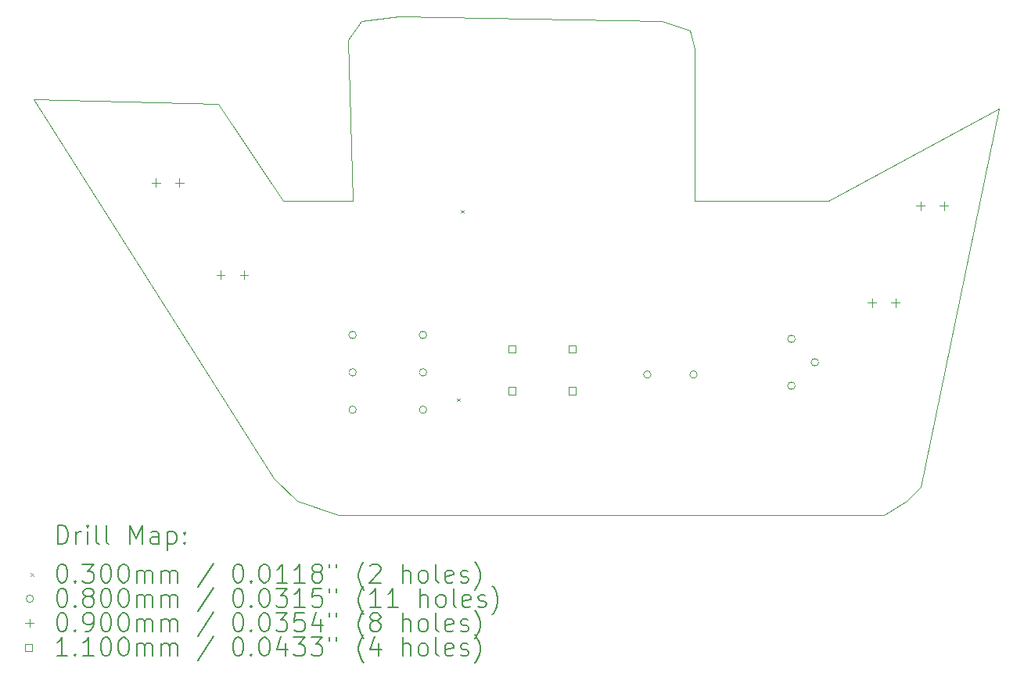
<source format=gbr>
%TF.GenerationSoftware,KiCad,Pcbnew,9.0.2*%
%TF.CreationDate,2025-06-29T23:08:07-05:00*%
%TF.ProjectId,project-solder,70726f6a-6563-4742-9d73-6f6c6465722e,rev?*%
%TF.SameCoordinates,Original*%
%TF.FileFunction,Drillmap*%
%TF.FilePolarity,Positive*%
%FSLAX45Y45*%
G04 Gerber Fmt 4.5, Leading zero omitted, Abs format (unit mm)*
G04 Created by KiCad (PCBNEW 9.0.2) date 2025-06-29 23:08:07*
%MOMM*%
%LPD*%
G01*
G04 APERTURE LIST*
%ADD10C,0.050000*%
%ADD11C,0.200000*%
%ADD12C,0.100000*%
%ADD13C,0.110000*%
G04 APERTURE END LIST*
D10*
X20350000Y-6250000D02*
X20650000Y-6350000D01*
X20700000Y-6550000D01*
X20700000Y-8200000D01*
X22150000Y-8200000D01*
X24000000Y-7200000D01*
X23150000Y-11300000D01*
X23000000Y-11450000D01*
X22750000Y-11600000D01*
X16850000Y-11600000D01*
X16400000Y-11450000D01*
X16150000Y-11200000D01*
X13550000Y-7100000D01*
X15550000Y-7150000D01*
X16250000Y-8200000D01*
X17000000Y-8200000D01*
X16950000Y-6450000D01*
X17100000Y-6250000D01*
X17500000Y-6200000D01*
X20350000Y-6250000D01*
D11*
D12*
X18130927Y-10339074D02*
X18160927Y-10369074D01*
X18160927Y-10339074D02*
X18130927Y-10369074D01*
X18171299Y-8296744D02*
X18201299Y-8326744D01*
X18201299Y-8296744D02*
X18171299Y-8326744D01*
X17040000Y-9650000D02*
G75*
G02*
X16960000Y-9650000I-40000J0D01*
G01*
X16960000Y-9650000D02*
G75*
G02*
X17040000Y-9650000I40000J0D01*
G01*
X17040000Y-10055000D02*
G75*
G02*
X16960000Y-10055000I-40000J0D01*
G01*
X16960000Y-10055000D02*
G75*
G02*
X17040000Y-10055000I40000J0D01*
G01*
X17040000Y-10460000D02*
G75*
G02*
X16960000Y-10460000I-40000J0D01*
G01*
X16960000Y-10460000D02*
G75*
G02*
X17040000Y-10460000I40000J0D01*
G01*
X17802000Y-9650000D02*
G75*
G02*
X17722000Y-9650000I-40000J0D01*
G01*
X17722000Y-9650000D02*
G75*
G02*
X17802000Y-9650000I40000J0D01*
G01*
X17802000Y-10055000D02*
G75*
G02*
X17722000Y-10055000I-40000J0D01*
G01*
X17722000Y-10055000D02*
G75*
G02*
X17802000Y-10055000I40000J0D01*
G01*
X17802000Y-10460000D02*
G75*
G02*
X17722000Y-10460000I-40000J0D01*
G01*
X17722000Y-10460000D02*
G75*
G02*
X17802000Y-10460000I40000J0D01*
G01*
X20229470Y-10079193D02*
G75*
G02*
X20149470Y-10079193I-40000J0D01*
G01*
X20149470Y-10079193D02*
G75*
G02*
X20229470Y-10079193I40000J0D01*
G01*
X20729470Y-10079193D02*
G75*
G02*
X20649470Y-10079193I-40000J0D01*
G01*
X20649470Y-10079193D02*
G75*
G02*
X20729470Y-10079193I40000J0D01*
G01*
X21790000Y-9692000D02*
G75*
G02*
X21710000Y-9692000I-40000J0D01*
G01*
X21710000Y-9692000D02*
G75*
G02*
X21790000Y-9692000I40000J0D01*
G01*
X21790000Y-10200000D02*
G75*
G02*
X21710000Y-10200000I-40000J0D01*
G01*
X21710000Y-10200000D02*
G75*
G02*
X21790000Y-10200000I40000J0D01*
G01*
X22044000Y-9946000D02*
G75*
G02*
X21964000Y-9946000I-40000J0D01*
G01*
X21964000Y-9946000D02*
G75*
G02*
X22044000Y-9946000I40000J0D01*
G01*
X14872500Y-7955000D02*
X14872500Y-8045000D01*
X14827500Y-8000000D02*
X14917500Y-8000000D01*
X15126500Y-7955000D02*
X15126500Y-8045000D01*
X15081500Y-8000000D02*
X15171500Y-8000000D01*
X15572500Y-8955000D02*
X15572500Y-9045000D01*
X15527500Y-9000000D02*
X15617500Y-9000000D01*
X15826500Y-8955000D02*
X15826500Y-9045000D01*
X15781500Y-9000000D02*
X15871500Y-9000000D01*
X22622500Y-9255000D02*
X22622500Y-9345000D01*
X22577500Y-9300000D02*
X22667500Y-9300000D01*
X22876500Y-9255000D02*
X22876500Y-9345000D01*
X22831500Y-9300000D02*
X22921500Y-9300000D01*
X23146000Y-8205000D02*
X23146000Y-8295000D01*
X23101000Y-8250000D02*
X23191000Y-8250000D01*
X23400000Y-8205000D02*
X23400000Y-8295000D01*
X23355000Y-8250000D02*
X23445000Y-8250000D01*
D13*
X18763891Y-9843084D02*
X18763891Y-9765301D01*
X18686109Y-9765301D01*
X18686109Y-9843084D01*
X18763891Y-9843084D01*
X18763891Y-10293084D02*
X18763891Y-10215301D01*
X18686109Y-10215301D01*
X18686109Y-10293084D01*
X18763891Y-10293084D01*
X19413891Y-9843084D02*
X19413891Y-9765301D01*
X19336109Y-9765301D01*
X19336109Y-9843084D01*
X19413891Y-9843084D01*
X19413891Y-10293084D02*
X19413891Y-10215301D01*
X19336109Y-10215301D01*
X19336109Y-10293084D01*
X19413891Y-10293084D01*
D11*
X13808277Y-11913984D02*
X13808277Y-11713984D01*
X13808277Y-11713984D02*
X13855896Y-11713984D01*
X13855896Y-11713984D02*
X13884467Y-11723508D01*
X13884467Y-11723508D02*
X13903515Y-11742555D01*
X13903515Y-11742555D02*
X13913039Y-11761603D01*
X13913039Y-11761603D02*
X13922562Y-11799698D01*
X13922562Y-11799698D02*
X13922562Y-11828269D01*
X13922562Y-11828269D02*
X13913039Y-11866365D01*
X13913039Y-11866365D02*
X13903515Y-11885412D01*
X13903515Y-11885412D02*
X13884467Y-11904460D01*
X13884467Y-11904460D02*
X13855896Y-11913984D01*
X13855896Y-11913984D02*
X13808277Y-11913984D01*
X14008277Y-11913984D02*
X14008277Y-11780650D01*
X14008277Y-11818746D02*
X14017801Y-11799698D01*
X14017801Y-11799698D02*
X14027324Y-11790174D01*
X14027324Y-11790174D02*
X14046372Y-11780650D01*
X14046372Y-11780650D02*
X14065420Y-11780650D01*
X14132086Y-11913984D02*
X14132086Y-11780650D01*
X14132086Y-11713984D02*
X14122562Y-11723508D01*
X14122562Y-11723508D02*
X14132086Y-11733031D01*
X14132086Y-11733031D02*
X14141610Y-11723508D01*
X14141610Y-11723508D02*
X14132086Y-11713984D01*
X14132086Y-11713984D02*
X14132086Y-11733031D01*
X14255896Y-11913984D02*
X14236848Y-11904460D01*
X14236848Y-11904460D02*
X14227324Y-11885412D01*
X14227324Y-11885412D02*
X14227324Y-11713984D01*
X14360658Y-11913984D02*
X14341610Y-11904460D01*
X14341610Y-11904460D02*
X14332086Y-11885412D01*
X14332086Y-11885412D02*
X14332086Y-11713984D01*
X14589229Y-11913984D02*
X14589229Y-11713984D01*
X14589229Y-11713984D02*
X14655896Y-11856841D01*
X14655896Y-11856841D02*
X14722562Y-11713984D01*
X14722562Y-11713984D02*
X14722562Y-11913984D01*
X14903515Y-11913984D02*
X14903515Y-11809222D01*
X14903515Y-11809222D02*
X14893991Y-11790174D01*
X14893991Y-11790174D02*
X14874943Y-11780650D01*
X14874943Y-11780650D02*
X14836848Y-11780650D01*
X14836848Y-11780650D02*
X14817801Y-11790174D01*
X14903515Y-11904460D02*
X14884467Y-11913984D01*
X14884467Y-11913984D02*
X14836848Y-11913984D01*
X14836848Y-11913984D02*
X14817801Y-11904460D01*
X14817801Y-11904460D02*
X14808277Y-11885412D01*
X14808277Y-11885412D02*
X14808277Y-11866365D01*
X14808277Y-11866365D02*
X14817801Y-11847317D01*
X14817801Y-11847317D02*
X14836848Y-11837793D01*
X14836848Y-11837793D02*
X14884467Y-11837793D01*
X14884467Y-11837793D02*
X14903515Y-11828269D01*
X14998753Y-11780650D02*
X14998753Y-11980650D01*
X14998753Y-11790174D02*
X15017801Y-11780650D01*
X15017801Y-11780650D02*
X15055896Y-11780650D01*
X15055896Y-11780650D02*
X15074943Y-11790174D01*
X15074943Y-11790174D02*
X15084467Y-11799698D01*
X15084467Y-11799698D02*
X15093991Y-11818746D01*
X15093991Y-11818746D02*
X15093991Y-11875888D01*
X15093991Y-11875888D02*
X15084467Y-11894936D01*
X15084467Y-11894936D02*
X15074943Y-11904460D01*
X15074943Y-11904460D02*
X15055896Y-11913984D01*
X15055896Y-11913984D02*
X15017801Y-11913984D01*
X15017801Y-11913984D02*
X14998753Y-11904460D01*
X15179705Y-11894936D02*
X15189229Y-11904460D01*
X15189229Y-11904460D02*
X15179705Y-11913984D01*
X15179705Y-11913984D02*
X15170182Y-11904460D01*
X15170182Y-11904460D02*
X15179705Y-11894936D01*
X15179705Y-11894936D02*
X15179705Y-11913984D01*
X15179705Y-11790174D02*
X15189229Y-11799698D01*
X15189229Y-11799698D02*
X15179705Y-11809222D01*
X15179705Y-11809222D02*
X15170182Y-11799698D01*
X15170182Y-11799698D02*
X15179705Y-11790174D01*
X15179705Y-11790174D02*
X15179705Y-11809222D01*
D12*
X13517500Y-12227500D02*
X13547500Y-12257500D01*
X13547500Y-12227500D02*
X13517500Y-12257500D01*
D11*
X13846372Y-12133984D02*
X13865420Y-12133984D01*
X13865420Y-12133984D02*
X13884467Y-12143508D01*
X13884467Y-12143508D02*
X13893991Y-12153031D01*
X13893991Y-12153031D02*
X13903515Y-12172079D01*
X13903515Y-12172079D02*
X13913039Y-12210174D01*
X13913039Y-12210174D02*
X13913039Y-12257793D01*
X13913039Y-12257793D02*
X13903515Y-12295888D01*
X13903515Y-12295888D02*
X13893991Y-12314936D01*
X13893991Y-12314936D02*
X13884467Y-12324460D01*
X13884467Y-12324460D02*
X13865420Y-12333984D01*
X13865420Y-12333984D02*
X13846372Y-12333984D01*
X13846372Y-12333984D02*
X13827324Y-12324460D01*
X13827324Y-12324460D02*
X13817801Y-12314936D01*
X13817801Y-12314936D02*
X13808277Y-12295888D01*
X13808277Y-12295888D02*
X13798753Y-12257793D01*
X13798753Y-12257793D02*
X13798753Y-12210174D01*
X13798753Y-12210174D02*
X13808277Y-12172079D01*
X13808277Y-12172079D02*
X13817801Y-12153031D01*
X13817801Y-12153031D02*
X13827324Y-12143508D01*
X13827324Y-12143508D02*
X13846372Y-12133984D01*
X13998753Y-12314936D02*
X14008277Y-12324460D01*
X14008277Y-12324460D02*
X13998753Y-12333984D01*
X13998753Y-12333984D02*
X13989229Y-12324460D01*
X13989229Y-12324460D02*
X13998753Y-12314936D01*
X13998753Y-12314936D02*
X13998753Y-12333984D01*
X14074943Y-12133984D02*
X14198753Y-12133984D01*
X14198753Y-12133984D02*
X14132086Y-12210174D01*
X14132086Y-12210174D02*
X14160658Y-12210174D01*
X14160658Y-12210174D02*
X14179705Y-12219698D01*
X14179705Y-12219698D02*
X14189229Y-12229222D01*
X14189229Y-12229222D02*
X14198753Y-12248269D01*
X14198753Y-12248269D02*
X14198753Y-12295888D01*
X14198753Y-12295888D02*
X14189229Y-12314936D01*
X14189229Y-12314936D02*
X14179705Y-12324460D01*
X14179705Y-12324460D02*
X14160658Y-12333984D01*
X14160658Y-12333984D02*
X14103515Y-12333984D01*
X14103515Y-12333984D02*
X14084467Y-12324460D01*
X14084467Y-12324460D02*
X14074943Y-12314936D01*
X14322562Y-12133984D02*
X14341610Y-12133984D01*
X14341610Y-12133984D02*
X14360658Y-12143508D01*
X14360658Y-12143508D02*
X14370182Y-12153031D01*
X14370182Y-12153031D02*
X14379705Y-12172079D01*
X14379705Y-12172079D02*
X14389229Y-12210174D01*
X14389229Y-12210174D02*
X14389229Y-12257793D01*
X14389229Y-12257793D02*
X14379705Y-12295888D01*
X14379705Y-12295888D02*
X14370182Y-12314936D01*
X14370182Y-12314936D02*
X14360658Y-12324460D01*
X14360658Y-12324460D02*
X14341610Y-12333984D01*
X14341610Y-12333984D02*
X14322562Y-12333984D01*
X14322562Y-12333984D02*
X14303515Y-12324460D01*
X14303515Y-12324460D02*
X14293991Y-12314936D01*
X14293991Y-12314936D02*
X14284467Y-12295888D01*
X14284467Y-12295888D02*
X14274943Y-12257793D01*
X14274943Y-12257793D02*
X14274943Y-12210174D01*
X14274943Y-12210174D02*
X14284467Y-12172079D01*
X14284467Y-12172079D02*
X14293991Y-12153031D01*
X14293991Y-12153031D02*
X14303515Y-12143508D01*
X14303515Y-12143508D02*
X14322562Y-12133984D01*
X14513039Y-12133984D02*
X14532086Y-12133984D01*
X14532086Y-12133984D02*
X14551134Y-12143508D01*
X14551134Y-12143508D02*
X14560658Y-12153031D01*
X14560658Y-12153031D02*
X14570182Y-12172079D01*
X14570182Y-12172079D02*
X14579705Y-12210174D01*
X14579705Y-12210174D02*
X14579705Y-12257793D01*
X14579705Y-12257793D02*
X14570182Y-12295888D01*
X14570182Y-12295888D02*
X14560658Y-12314936D01*
X14560658Y-12314936D02*
X14551134Y-12324460D01*
X14551134Y-12324460D02*
X14532086Y-12333984D01*
X14532086Y-12333984D02*
X14513039Y-12333984D01*
X14513039Y-12333984D02*
X14493991Y-12324460D01*
X14493991Y-12324460D02*
X14484467Y-12314936D01*
X14484467Y-12314936D02*
X14474943Y-12295888D01*
X14474943Y-12295888D02*
X14465420Y-12257793D01*
X14465420Y-12257793D02*
X14465420Y-12210174D01*
X14465420Y-12210174D02*
X14474943Y-12172079D01*
X14474943Y-12172079D02*
X14484467Y-12153031D01*
X14484467Y-12153031D02*
X14493991Y-12143508D01*
X14493991Y-12143508D02*
X14513039Y-12133984D01*
X14665420Y-12333984D02*
X14665420Y-12200650D01*
X14665420Y-12219698D02*
X14674943Y-12210174D01*
X14674943Y-12210174D02*
X14693991Y-12200650D01*
X14693991Y-12200650D02*
X14722563Y-12200650D01*
X14722563Y-12200650D02*
X14741610Y-12210174D01*
X14741610Y-12210174D02*
X14751134Y-12229222D01*
X14751134Y-12229222D02*
X14751134Y-12333984D01*
X14751134Y-12229222D02*
X14760658Y-12210174D01*
X14760658Y-12210174D02*
X14779705Y-12200650D01*
X14779705Y-12200650D02*
X14808277Y-12200650D01*
X14808277Y-12200650D02*
X14827324Y-12210174D01*
X14827324Y-12210174D02*
X14836848Y-12229222D01*
X14836848Y-12229222D02*
X14836848Y-12333984D01*
X14932086Y-12333984D02*
X14932086Y-12200650D01*
X14932086Y-12219698D02*
X14941610Y-12210174D01*
X14941610Y-12210174D02*
X14960658Y-12200650D01*
X14960658Y-12200650D02*
X14989229Y-12200650D01*
X14989229Y-12200650D02*
X15008277Y-12210174D01*
X15008277Y-12210174D02*
X15017801Y-12229222D01*
X15017801Y-12229222D02*
X15017801Y-12333984D01*
X15017801Y-12229222D02*
X15027324Y-12210174D01*
X15027324Y-12210174D02*
X15046372Y-12200650D01*
X15046372Y-12200650D02*
X15074943Y-12200650D01*
X15074943Y-12200650D02*
X15093991Y-12210174D01*
X15093991Y-12210174D02*
X15103515Y-12229222D01*
X15103515Y-12229222D02*
X15103515Y-12333984D01*
X15493991Y-12124460D02*
X15322563Y-12381603D01*
X15751134Y-12133984D02*
X15770182Y-12133984D01*
X15770182Y-12133984D02*
X15789229Y-12143508D01*
X15789229Y-12143508D02*
X15798753Y-12153031D01*
X15798753Y-12153031D02*
X15808277Y-12172079D01*
X15808277Y-12172079D02*
X15817801Y-12210174D01*
X15817801Y-12210174D02*
X15817801Y-12257793D01*
X15817801Y-12257793D02*
X15808277Y-12295888D01*
X15808277Y-12295888D02*
X15798753Y-12314936D01*
X15798753Y-12314936D02*
X15789229Y-12324460D01*
X15789229Y-12324460D02*
X15770182Y-12333984D01*
X15770182Y-12333984D02*
X15751134Y-12333984D01*
X15751134Y-12333984D02*
X15732086Y-12324460D01*
X15732086Y-12324460D02*
X15722563Y-12314936D01*
X15722563Y-12314936D02*
X15713039Y-12295888D01*
X15713039Y-12295888D02*
X15703515Y-12257793D01*
X15703515Y-12257793D02*
X15703515Y-12210174D01*
X15703515Y-12210174D02*
X15713039Y-12172079D01*
X15713039Y-12172079D02*
X15722563Y-12153031D01*
X15722563Y-12153031D02*
X15732086Y-12143508D01*
X15732086Y-12143508D02*
X15751134Y-12133984D01*
X15903515Y-12314936D02*
X15913039Y-12324460D01*
X15913039Y-12324460D02*
X15903515Y-12333984D01*
X15903515Y-12333984D02*
X15893991Y-12324460D01*
X15893991Y-12324460D02*
X15903515Y-12314936D01*
X15903515Y-12314936D02*
X15903515Y-12333984D01*
X16036848Y-12133984D02*
X16055896Y-12133984D01*
X16055896Y-12133984D02*
X16074944Y-12143508D01*
X16074944Y-12143508D02*
X16084467Y-12153031D01*
X16084467Y-12153031D02*
X16093991Y-12172079D01*
X16093991Y-12172079D02*
X16103515Y-12210174D01*
X16103515Y-12210174D02*
X16103515Y-12257793D01*
X16103515Y-12257793D02*
X16093991Y-12295888D01*
X16093991Y-12295888D02*
X16084467Y-12314936D01*
X16084467Y-12314936D02*
X16074944Y-12324460D01*
X16074944Y-12324460D02*
X16055896Y-12333984D01*
X16055896Y-12333984D02*
X16036848Y-12333984D01*
X16036848Y-12333984D02*
X16017801Y-12324460D01*
X16017801Y-12324460D02*
X16008277Y-12314936D01*
X16008277Y-12314936D02*
X15998753Y-12295888D01*
X15998753Y-12295888D02*
X15989229Y-12257793D01*
X15989229Y-12257793D02*
X15989229Y-12210174D01*
X15989229Y-12210174D02*
X15998753Y-12172079D01*
X15998753Y-12172079D02*
X16008277Y-12153031D01*
X16008277Y-12153031D02*
X16017801Y-12143508D01*
X16017801Y-12143508D02*
X16036848Y-12133984D01*
X16293991Y-12333984D02*
X16179706Y-12333984D01*
X16236848Y-12333984D02*
X16236848Y-12133984D01*
X16236848Y-12133984D02*
X16217801Y-12162555D01*
X16217801Y-12162555D02*
X16198753Y-12181603D01*
X16198753Y-12181603D02*
X16179706Y-12191127D01*
X16484467Y-12333984D02*
X16370182Y-12333984D01*
X16427325Y-12333984D02*
X16427325Y-12133984D01*
X16427325Y-12133984D02*
X16408277Y-12162555D01*
X16408277Y-12162555D02*
X16389229Y-12181603D01*
X16389229Y-12181603D02*
X16370182Y-12191127D01*
X16598753Y-12219698D02*
X16579706Y-12210174D01*
X16579706Y-12210174D02*
X16570182Y-12200650D01*
X16570182Y-12200650D02*
X16560658Y-12181603D01*
X16560658Y-12181603D02*
X16560658Y-12172079D01*
X16560658Y-12172079D02*
X16570182Y-12153031D01*
X16570182Y-12153031D02*
X16579706Y-12143508D01*
X16579706Y-12143508D02*
X16598753Y-12133984D01*
X16598753Y-12133984D02*
X16636848Y-12133984D01*
X16636848Y-12133984D02*
X16655896Y-12143508D01*
X16655896Y-12143508D02*
X16665420Y-12153031D01*
X16665420Y-12153031D02*
X16674944Y-12172079D01*
X16674944Y-12172079D02*
X16674944Y-12181603D01*
X16674944Y-12181603D02*
X16665420Y-12200650D01*
X16665420Y-12200650D02*
X16655896Y-12210174D01*
X16655896Y-12210174D02*
X16636848Y-12219698D01*
X16636848Y-12219698D02*
X16598753Y-12219698D01*
X16598753Y-12219698D02*
X16579706Y-12229222D01*
X16579706Y-12229222D02*
X16570182Y-12238746D01*
X16570182Y-12238746D02*
X16560658Y-12257793D01*
X16560658Y-12257793D02*
X16560658Y-12295888D01*
X16560658Y-12295888D02*
X16570182Y-12314936D01*
X16570182Y-12314936D02*
X16579706Y-12324460D01*
X16579706Y-12324460D02*
X16598753Y-12333984D01*
X16598753Y-12333984D02*
X16636848Y-12333984D01*
X16636848Y-12333984D02*
X16655896Y-12324460D01*
X16655896Y-12324460D02*
X16665420Y-12314936D01*
X16665420Y-12314936D02*
X16674944Y-12295888D01*
X16674944Y-12295888D02*
X16674944Y-12257793D01*
X16674944Y-12257793D02*
X16665420Y-12238746D01*
X16665420Y-12238746D02*
X16655896Y-12229222D01*
X16655896Y-12229222D02*
X16636848Y-12219698D01*
X16751134Y-12133984D02*
X16751134Y-12172079D01*
X16827325Y-12133984D02*
X16827325Y-12172079D01*
X17122563Y-12410174D02*
X17113039Y-12400650D01*
X17113039Y-12400650D02*
X17093991Y-12372079D01*
X17093991Y-12372079D02*
X17084468Y-12353031D01*
X17084468Y-12353031D02*
X17074944Y-12324460D01*
X17074944Y-12324460D02*
X17065420Y-12276841D01*
X17065420Y-12276841D02*
X17065420Y-12238746D01*
X17065420Y-12238746D02*
X17074944Y-12191127D01*
X17074944Y-12191127D02*
X17084468Y-12162555D01*
X17084468Y-12162555D02*
X17093991Y-12143508D01*
X17093991Y-12143508D02*
X17113039Y-12114936D01*
X17113039Y-12114936D02*
X17122563Y-12105412D01*
X17189230Y-12153031D02*
X17198753Y-12143508D01*
X17198753Y-12143508D02*
X17217801Y-12133984D01*
X17217801Y-12133984D02*
X17265420Y-12133984D01*
X17265420Y-12133984D02*
X17284468Y-12143508D01*
X17284468Y-12143508D02*
X17293991Y-12153031D01*
X17293991Y-12153031D02*
X17303515Y-12172079D01*
X17303515Y-12172079D02*
X17303515Y-12191127D01*
X17303515Y-12191127D02*
X17293991Y-12219698D01*
X17293991Y-12219698D02*
X17179706Y-12333984D01*
X17179706Y-12333984D02*
X17303515Y-12333984D01*
X17541611Y-12333984D02*
X17541611Y-12133984D01*
X17627325Y-12333984D02*
X17627325Y-12229222D01*
X17627325Y-12229222D02*
X17617801Y-12210174D01*
X17617801Y-12210174D02*
X17598753Y-12200650D01*
X17598753Y-12200650D02*
X17570182Y-12200650D01*
X17570182Y-12200650D02*
X17551134Y-12210174D01*
X17551134Y-12210174D02*
X17541611Y-12219698D01*
X17751134Y-12333984D02*
X17732087Y-12324460D01*
X17732087Y-12324460D02*
X17722563Y-12314936D01*
X17722563Y-12314936D02*
X17713039Y-12295888D01*
X17713039Y-12295888D02*
X17713039Y-12238746D01*
X17713039Y-12238746D02*
X17722563Y-12219698D01*
X17722563Y-12219698D02*
X17732087Y-12210174D01*
X17732087Y-12210174D02*
X17751134Y-12200650D01*
X17751134Y-12200650D02*
X17779706Y-12200650D01*
X17779706Y-12200650D02*
X17798753Y-12210174D01*
X17798753Y-12210174D02*
X17808277Y-12219698D01*
X17808277Y-12219698D02*
X17817801Y-12238746D01*
X17817801Y-12238746D02*
X17817801Y-12295888D01*
X17817801Y-12295888D02*
X17808277Y-12314936D01*
X17808277Y-12314936D02*
X17798753Y-12324460D01*
X17798753Y-12324460D02*
X17779706Y-12333984D01*
X17779706Y-12333984D02*
X17751134Y-12333984D01*
X17932087Y-12333984D02*
X17913039Y-12324460D01*
X17913039Y-12324460D02*
X17903515Y-12305412D01*
X17903515Y-12305412D02*
X17903515Y-12133984D01*
X18084468Y-12324460D02*
X18065420Y-12333984D01*
X18065420Y-12333984D02*
X18027325Y-12333984D01*
X18027325Y-12333984D02*
X18008277Y-12324460D01*
X18008277Y-12324460D02*
X17998753Y-12305412D01*
X17998753Y-12305412D02*
X17998753Y-12229222D01*
X17998753Y-12229222D02*
X18008277Y-12210174D01*
X18008277Y-12210174D02*
X18027325Y-12200650D01*
X18027325Y-12200650D02*
X18065420Y-12200650D01*
X18065420Y-12200650D02*
X18084468Y-12210174D01*
X18084468Y-12210174D02*
X18093992Y-12229222D01*
X18093992Y-12229222D02*
X18093992Y-12248269D01*
X18093992Y-12248269D02*
X17998753Y-12267317D01*
X18170182Y-12324460D02*
X18189230Y-12333984D01*
X18189230Y-12333984D02*
X18227325Y-12333984D01*
X18227325Y-12333984D02*
X18246373Y-12324460D01*
X18246373Y-12324460D02*
X18255896Y-12305412D01*
X18255896Y-12305412D02*
X18255896Y-12295888D01*
X18255896Y-12295888D02*
X18246373Y-12276841D01*
X18246373Y-12276841D02*
X18227325Y-12267317D01*
X18227325Y-12267317D02*
X18198753Y-12267317D01*
X18198753Y-12267317D02*
X18179706Y-12257793D01*
X18179706Y-12257793D02*
X18170182Y-12238746D01*
X18170182Y-12238746D02*
X18170182Y-12229222D01*
X18170182Y-12229222D02*
X18179706Y-12210174D01*
X18179706Y-12210174D02*
X18198753Y-12200650D01*
X18198753Y-12200650D02*
X18227325Y-12200650D01*
X18227325Y-12200650D02*
X18246373Y-12210174D01*
X18322563Y-12410174D02*
X18332087Y-12400650D01*
X18332087Y-12400650D02*
X18351134Y-12372079D01*
X18351134Y-12372079D02*
X18360658Y-12353031D01*
X18360658Y-12353031D02*
X18370182Y-12324460D01*
X18370182Y-12324460D02*
X18379706Y-12276841D01*
X18379706Y-12276841D02*
X18379706Y-12238746D01*
X18379706Y-12238746D02*
X18370182Y-12191127D01*
X18370182Y-12191127D02*
X18360658Y-12162555D01*
X18360658Y-12162555D02*
X18351134Y-12143508D01*
X18351134Y-12143508D02*
X18332087Y-12114936D01*
X18332087Y-12114936D02*
X18322563Y-12105412D01*
D12*
X13547500Y-12506500D02*
G75*
G02*
X13467500Y-12506500I-40000J0D01*
G01*
X13467500Y-12506500D02*
G75*
G02*
X13547500Y-12506500I40000J0D01*
G01*
D11*
X13846372Y-12397984D02*
X13865420Y-12397984D01*
X13865420Y-12397984D02*
X13884467Y-12407508D01*
X13884467Y-12407508D02*
X13893991Y-12417031D01*
X13893991Y-12417031D02*
X13903515Y-12436079D01*
X13903515Y-12436079D02*
X13913039Y-12474174D01*
X13913039Y-12474174D02*
X13913039Y-12521793D01*
X13913039Y-12521793D02*
X13903515Y-12559888D01*
X13903515Y-12559888D02*
X13893991Y-12578936D01*
X13893991Y-12578936D02*
X13884467Y-12588460D01*
X13884467Y-12588460D02*
X13865420Y-12597984D01*
X13865420Y-12597984D02*
X13846372Y-12597984D01*
X13846372Y-12597984D02*
X13827324Y-12588460D01*
X13827324Y-12588460D02*
X13817801Y-12578936D01*
X13817801Y-12578936D02*
X13808277Y-12559888D01*
X13808277Y-12559888D02*
X13798753Y-12521793D01*
X13798753Y-12521793D02*
X13798753Y-12474174D01*
X13798753Y-12474174D02*
X13808277Y-12436079D01*
X13808277Y-12436079D02*
X13817801Y-12417031D01*
X13817801Y-12417031D02*
X13827324Y-12407508D01*
X13827324Y-12407508D02*
X13846372Y-12397984D01*
X13998753Y-12578936D02*
X14008277Y-12588460D01*
X14008277Y-12588460D02*
X13998753Y-12597984D01*
X13998753Y-12597984D02*
X13989229Y-12588460D01*
X13989229Y-12588460D02*
X13998753Y-12578936D01*
X13998753Y-12578936D02*
X13998753Y-12597984D01*
X14122562Y-12483698D02*
X14103515Y-12474174D01*
X14103515Y-12474174D02*
X14093991Y-12464650D01*
X14093991Y-12464650D02*
X14084467Y-12445603D01*
X14084467Y-12445603D02*
X14084467Y-12436079D01*
X14084467Y-12436079D02*
X14093991Y-12417031D01*
X14093991Y-12417031D02*
X14103515Y-12407508D01*
X14103515Y-12407508D02*
X14122562Y-12397984D01*
X14122562Y-12397984D02*
X14160658Y-12397984D01*
X14160658Y-12397984D02*
X14179705Y-12407508D01*
X14179705Y-12407508D02*
X14189229Y-12417031D01*
X14189229Y-12417031D02*
X14198753Y-12436079D01*
X14198753Y-12436079D02*
X14198753Y-12445603D01*
X14198753Y-12445603D02*
X14189229Y-12464650D01*
X14189229Y-12464650D02*
X14179705Y-12474174D01*
X14179705Y-12474174D02*
X14160658Y-12483698D01*
X14160658Y-12483698D02*
X14122562Y-12483698D01*
X14122562Y-12483698D02*
X14103515Y-12493222D01*
X14103515Y-12493222D02*
X14093991Y-12502746D01*
X14093991Y-12502746D02*
X14084467Y-12521793D01*
X14084467Y-12521793D02*
X14084467Y-12559888D01*
X14084467Y-12559888D02*
X14093991Y-12578936D01*
X14093991Y-12578936D02*
X14103515Y-12588460D01*
X14103515Y-12588460D02*
X14122562Y-12597984D01*
X14122562Y-12597984D02*
X14160658Y-12597984D01*
X14160658Y-12597984D02*
X14179705Y-12588460D01*
X14179705Y-12588460D02*
X14189229Y-12578936D01*
X14189229Y-12578936D02*
X14198753Y-12559888D01*
X14198753Y-12559888D02*
X14198753Y-12521793D01*
X14198753Y-12521793D02*
X14189229Y-12502746D01*
X14189229Y-12502746D02*
X14179705Y-12493222D01*
X14179705Y-12493222D02*
X14160658Y-12483698D01*
X14322562Y-12397984D02*
X14341610Y-12397984D01*
X14341610Y-12397984D02*
X14360658Y-12407508D01*
X14360658Y-12407508D02*
X14370182Y-12417031D01*
X14370182Y-12417031D02*
X14379705Y-12436079D01*
X14379705Y-12436079D02*
X14389229Y-12474174D01*
X14389229Y-12474174D02*
X14389229Y-12521793D01*
X14389229Y-12521793D02*
X14379705Y-12559888D01*
X14379705Y-12559888D02*
X14370182Y-12578936D01*
X14370182Y-12578936D02*
X14360658Y-12588460D01*
X14360658Y-12588460D02*
X14341610Y-12597984D01*
X14341610Y-12597984D02*
X14322562Y-12597984D01*
X14322562Y-12597984D02*
X14303515Y-12588460D01*
X14303515Y-12588460D02*
X14293991Y-12578936D01*
X14293991Y-12578936D02*
X14284467Y-12559888D01*
X14284467Y-12559888D02*
X14274943Y-12521793D01*
X14274943Y-12521793D02*
X14274943Y-12474174D01*
X14274943Y-12474174D02*
X14284467Y-12436079D01*
X14284467Y-12436079D02*
X14293991Y-12417031D01*
X14293991Y-12417031D02*
X14303515Y-12407508D01*
X14303515Y-12407508D02*
X14322562Y-12397984D01*
X14513039Y-12397984D02*
X14532086Y-12397984D01*
X14532086Y-12397984D02*
X14551134Y-12407508D01*
X14551134Y-12407508D02*
X14560658Y-12417031D01*
X14560658Y-12417031D02*
X14570182Y-12436079D01*
X14570182Y-12436079D02*
X14579705Y-12474174D01*
X14579705Y-12474174D02*
X14579705Y-12521793D01*
X14579705Y-12521793D02*
X14570182Y-12559888D01*
X14570182Y-12559888D02*
X14560658Y-12578936D01*
X14560658Y-12578936D02*
X14551134Y-12588460D01*
X14551134Y-12588460D02*
X14532086Y-12597984D01*
X14532086Y-12597984D02*
X14513039Y-12597984D01*
X14513039Y-12597984D02*
X14493991Y-12588460D01*
X14493991Y-12588460D02*
X14484467Y-12578936D01*
X14484467Y-12578936D02*
X14474943Y-12559888D01*
X14474943Y-12559888D02*
X14465420Y-12521793D01*
X14465420Y-12521793D02*
X14465420Y-12474174D01*
X14465420Y-12474174D02*
X14474943Y-12436079D01*
X14474943Y-12436079D02*
X14484467Y-12417031D01*
X14484467Y-12417031D02*
X14493991Y-12407508D01*
X14493991Y-12407508D02*
X14513039Y-12397984D01*
X14665420Y-12597984D02*
X14665420Y-12464650D01*
X14665420Y-12483698D02*
X14674943Y-12474174D01*
X14674943Y-12474174D02*
X14693991Y-12464650D01*
X14693991Y-12464650D02*
X14722563Y-12464650D01*
X14722563Y-12464650D02*
X14741610Y-12474174D01*
X14741610Y-12474174D02*
X14751134Y-12493222D01*
X14751134Y-12493222D02*
X14751134Y-12597984D01*
X14751134Y-12493222D02*
X14760658Y-12474174D01*
X14760658Y-12474174D02*
X14779705Y-12464650D01*
X14779705Y-12464650D02*
X14808277Y-12464650D01*
X14808277Y-12464650D02*
X14827324Y-12474174D01*
X14827324Y-12474174D02*
X14836848Y-12493222D01*
X14836848Y-12493222D02*
X14836848Y-12597984D01*
X14932086Y-12597984D02*
X14932086Y-12464650D01*
X14932086Y-12483698D02*
X14941610Y-12474174D01*
X14941610Y-12474174D02*
X14960658Y-12464650D01*
X14960658Y-12464650D02*
X14989229Y-12464650D01*
X14989229Y-12464650D02*
X15008277Y-12474174D01*
X15008277Y-12474174D02*
X15017801Y-12493222D01*
X15017801Y-12493222D02*
X15017801Y-12597984D01*
X15017801Y-12493222D02*
X15027324Y-12474174D01*
X15027324Y-12474174D02*
X15046372Y-12464650D01*
X15046372Y-12464650D02*
X15074943Y-12464650D01*
X15074943Y-12464650D02*
X15093991Y-12474174D01*
X15093991Y-12474174D02*
X15103515Y-12493222D01*
X15103515Y-12493222D02*
X15103515Y-12597984D01*
X15493991Y-12388460D02*
X15322563Y-12645603D01*
X15751134Y-12397984D02*
X15770182Y-12397984D01*
X15770182Y-12397984D02*
X15789229Y-12407508D01*
X15789229Y-12407508D02*
X15798753Y-12417031D01*
X15798753Y-12417031D02*
X15808277Y-12436079D01*
X15808277Y-12436079D02*
X15817801Y-12474174D01*
X15817801Y-12474174D02*
X15817801Y-12521793D01*
X15817801Y-12521793D02*
X15808277Y-12559888D01*
X15808277Y-12559888D02*
X15798753Y-12578936D01*
X15798753Y-12578936D02*
X15789229Y-12588460D01*
X15789229Y-12588460D02*
X15770182Y-12597984D01*
X15770182Y-12597984D02*
X15751134Y-12597984D01*
X15751134Y-12597984D02*
X15732086Y-12588460D01*
X15732086Y-12588460D02*
X15722563Y-12578936D01*
X15722563Y-12578936D02*
X15713039Y-12559888D01*
X15713039Y-12559888D02*
X15703515Y-12521793D01*
X15703515Y-12521793D02*
X15703515Y-12474174D01*
X15703515Y-12474174D02*
X15713039Y-12436079D01*
X15713039Y-12436079D02*
X15722563Y-12417031D01*
X15722563Y-12417031D02*
X15732086Y-12407508D01*
X15732086Y-12407508D02*
X15751134Y-12397984D01*
X15903515Y-12578936D02*
X15913039Y-12588460D01*
X15913039Y-12588460D02*
X15903515Y-12597984D01*
X15903515Y-12597984D02*
X15893991Y-12588460D01*
X15893991Y-12588460D02*
X15903515Y-12578936D01*
X15903515Y-12578936D02*
X15903515Y-12597984D01*
X16036848Y-12397984D02*
X16055896Y-12397984D01*
X16055896Y-12397984D02*
X16074944Y-12407508D01*
X16074944Y-12407508D02*
X16084467Y-12417031D01*
X16084467Y-12417031D02*
X16093991Y-12436079D01*
X16093991Y-12436079D02*
X16103515Y-12474174D01*
X16103515Y-12474174D02*
X16103515Y-12521793D01*
X16103515Y-12521793D02*
X16093991Y-12559888D01*
X16093991Y-12559888D02*
X16084467Y-12578936D01*
X16084467Y-12578936D02*
X16074944Y-12588460D01*
X16074944Y-12588460D02*
X16055896Y-12597984D01*
X16055896Y-12597984D02*
X16036848Y-12597984D01*
X16036848Y-12597984D02*
X16017801Y-12588460D01*
X16017801Y-12588460D02*
X16008277Y-12578936D01*
X16008277Y-12578936D02*
X15998753Y-12559888D01*
X15998753Y-12559888D02*
X15989229Y-12521793D01*
X15989229Y-12521793D02*
X15989229Y-12474174D01*
X15989229Y-12474174D02*
X15998753Y-12436079D01*
X15998753Y-12436079D02*
X16008277Y-12417031D01*
X16008277Y-12417031D02*
X16017801Y-12407508D01*
X16017801Y-12407508D02*
X16036848Y-12397984D01*
X16170182Y-12397984D02*
X16293991Y-12397984D01*
X16293991Y-12397984D02*
X16227325Y-12474174D01*
X16227325Y-12474174D02*
X16255896Y-12474174D01*
X16255896Y-12474174D02*
X16274944Y-12483698D01*
X16274944Y-12483698D02*
X16284467Y-12493222D01*
X16284467Y-12493222D02*
X16293991Y-12512269D01*
X16293991Y-12512269D02*
X16293991Y-12559888D01*
X16293991Y-12559888D02*
X16284467Y-12578936D01*
X16284467Y-12578936D02*
X16274944Y-12588460D01*
X16274944Y-12588460D02*
X16255896Y-12597984D01*
X16255896Y-12597984D02*
X16198753Y-12597984D01*
X16198753Y-12597984D02*
X16179706Y-12588460D01*
X16179706Y-12588460D02*
X16170182Y-12578936D01*
X16484467Y-12597984D02*
X16370182Y-12597984D01*
X16427325Y-12597984D02*
X16427325Y-12397984D01*
X16427325Y-12397984D02*
X16408277Y-12426555D01*
X16408277Y-12426555D02*
X16389229Y-12445603D01*
X16389229Y-12445603D02*
X16370182Y-12455127D01*
X16665420Y-12397984D02*
X16570182Y-12397984D01*
X16570182Y-12397984D02*
X16560658Y-12493222D01*
X16560658Y-12493222D02*
X16570182Y-12483698D01*
X16570182Y-12483698D02*
X16589229Y-12474174D01*
X16589229Y-12474174D02*
X16636848Y-12474174D01*
X16636848Y-12474174D02*
X16655896Y-12483698D01*
X16655896Y-12483698D02*
X16665420Y-12493222D01*
X16665420Y-12493222D02*
X16674944Y-12512269D01*
X16674944Y-12512269D02*
X16674944Y-12559888D01*
X16674944Y-12559888D02*
X16665420Y-12578936D01*
X16665420Y-12578936D02*
X16655896Y-12588460D01*
X16655896Y-12588460D02*
X16636848Y-12597984D01*
X16636848Y-12597984D02*
X16589229Y-12597984D01*
X16589229Y-12597984D02*
X16570182Y-12588460D01*
X16570182Y-12588460D02*
X16560658Y-12578936D01*
X16751134Y-12397984D02*
X16751134Y-12436079D01*
X16827325Y-12397984D02*
X16827325Y-12436079D01*
X17122563Y-12674174D02*
X17113039Y-12664650D01*
X17113039Y-12664650D02*
X17093991Y-12636079D01*
X17093991Y-12636079D02*
X17084468Y-12617031D01*
X17084468Y-12617031D02*
X17074944Y-12588460D01*
X17074944Y-12588460D02*
X17065420Y-12540841D01*
X17065420Y-12540841D02*
X17065420Y-12502746D01*
X17065420Y-12502746D02*
X17074944Y-12455127D01*
X17074944Y-12455127D02*
X17084468Y-12426555D01*
X17084468Y-12426555D02*
X17093991Y-12407508D01*
X17093991Y-12407508D02*
X17113039Y-12378936D01*
X17113039Y-12378936D02*
X17122563Y-12369412D01*
X17303515Y-12597984D02*
X17189230Y-12597984D01*
X17246372Y-12597984D02*
X17246372Y-12397984D01*
X17246372Y-12397984D02*
X17227325Y-12426555D01*
X17227325Y-12426555D02*
X17208277Y-12445603D01*
X17208277Y-12445603D02*
X17189230Y-12455127D01*
X17493991Y-12597984D02*
X17379706Y-12597984D01*
X17436849Y-12597984D02*
X17436849Y-12397984D01*
X17436849Y-12397984D02*
X17417801Y-12426555D01*
X17417801Y-12426555D02*
X17398753Y-12445603D01*
X17398753Y-12445603D02*
X17379706Y-12455127D01*
X17732087Y-12597984D02*
X17732087Y-12397984D01*
X17817801Y-12597984D02*
X17817801Y-12493222D01*
X17817801Y-12493222D02*
X17808277Y-12474174D01*
X17808277Y-12474174D02*
X17789230Y-12464650D01*
X17789230Y-12464650D02*
X17760658Y-12464650D01*
X17760658Y-12464650D02*
X17741611Y-12474174D01*
X17741611Y-12474174D02*
X17732087Y-12483698D01*
X17941611Y-12597984D02*
X17922563Y-12588460D01*
X17922563Y-12588460D02*
X17913039Y-12578936D01*
X17913039Y-12578936D02*
X17903515Y-12559888D01*
X17903515Y-12559888D02*
X17903515Y-12502746D01*
X17903515Y-12502746D02*
X17913039Y-12483698D01*
X17913039Y-12483698D02*
X17922563Y-12474174D01*
X17922563Y-12474174D02*
X17941611Y-12464650D01*
X17941611Y-12464650D02*
X17970182Y-12464650D01*
X17970182Y-12464650D02*
X17989230Y-12474174D01*
X17989230Y-12474174D02*
X17998753Y-12483698D01*
X17998753Y-12483698D02*
X18008277Y-12502746D01*
X18008277Y-12502746D02*
X18008277Y-12559888D01*
X18008277Y-12559888D02*
X17998753Y-12578936D01*
X17998753Y-12578936D02*
X17989230Y-12588460D01*
X17989230Y-12588460D02*
X17970182Y-12597984D01*
X17970182Y-12597984D02*
X17941611Y-12597984D01*
X18122563Y-12597984D02*
X18103515Y-12588460D01*
X18103515Y-12588460D02*
X18093992Y-12569412D01*
X18093992Y-12569412D02*
X18093992Y-12397984D01*
X18274944Y-12588460D02*
X18255896Y-12597984D01*
X18255896Y-12597984D02*
X18217801Y-12597984D01*
X18217801Y-12597984D02*
X18198753Y-12588460D01*
X18198753Y-12588460D02*
X18189230Y-12569412D01*
X18189230Y-12569412D02*
X18189230Y-12493222D01*
X18189230Y-12493222D02*
X18198753Y-12474174D01*
X18198753Y-12474174D02*
X18217801Y-12464650D01*
X18217801Y-12464650D02*
X18255896Y-12464650D01*
X18255896Y-12464650D02*
X18274944Y-12474174D01*
X18274944Y-12474174D02*
X18284468Y-12493222D01*
X18284468Y-12493222D02*
X18284468Y-12512269D01*
X18284468Y-12512269D02*
X18189230Y-12531317D01*
X18360658Y-12588460D02*
X18379706Y-12597984D01*
X18379706Y-12597984D02*
X18417801Y-12597984D01*
X18417801Y-12597984D02*
X18436849Y-12588460D01*
X18436849Y-12588460D02*
X18446373Y-12569412D01*
X18446373Y-12569412D02*
X18446373Y-12559888D01*
X18446373Y-12559888D02*
X18436849Y-12540841D01*
X18436849Y-12540841D02*
X18417801Y-12531317D01*
X18417801Y-12531317D02*
X18389230Y-12531317D01*
X18389230Y-12531317D02*
X18370182Y-12521793D01*
X18370182Y-12521793D02*
X18360658Y-12502746D01*
X18360658Y-12502746D02*
X18360658Y-12493222D01*
X18360658Y-12493222D02*
X18370182Y-12474174D01*
X18370182Y-12474174D02*
X18389230Y-12464650D01*
X18389230Y-12464650D02*
X18417801Y-12464650D01*
X18417801Y-12464650D02*
X18436849Y-12474174D01*
X18513039Y-12674174D02*
X18522563Y-12664650D01*
X18522563Y-12664650D02*
X18541611Y-12636079D01*
X18541611Y-12636079D02*
X18551134Y-12617031D01*
X18551134Y-12617031D02*
X18560658Y-12588460D01*
X18560658Y-12588460D02*
X18570182Y-12540841D01*
X18570182Y-12540841D02*
X18570182Y-12502746D01*
X18570182Y-12502746D02*
X18560658Y-12455127D01*
X18560658Y-12455127D02*
X18551134Y-12426555D01*
X18551134Y-12426555D02*
X18541611Y-12407508D01*
X18541611Y-12407508D02*
X18522563Y-12378936D01*
X18522563Y-12378936D02*
X18513039Y-12369412D01*
D12*
X13502500Y-12725500D02*
X13502500Y-12815500D01*
X13457500Y-12770500D02*
X13547500Y-12770500D01*
D11*
X13846372Y-12661984D02*
X13865420Y-12661984D01*
X13865420Y-12661984D02*
X13884467Y-12671508D01*
X13884467Y-12671508D02*
X13893991Y-12681031D01*
X13893991Y-12681031D02*
X13903515Y-12700079D01*
X13903515Y-12700079D02*
X13913039Y-12738174D01*
X13913039Y-12738174D02*
X13913039Y-12785793D01*
X13913039Y-12785793D02*
X13903515Y-12823888D01*
X13903515Y-12823888D02*
X13893991Y-12842936D01*
X13893991Y-12842936D02*
X13884467Y-12852460D01*
X13884467Y-12852460D02*
X13865420Y-12861984D01*
X13865420Y-12861984D02*
X13846372Y-12861984D01*
X13846372Y-12861984D02*
X13827324Y-12852460D01*
X13827324Y-12852460D02*
X13817801Y-12842936D01*
X13817801Y-12842936D02*
X13808277Y-12823888D01*
X13808277Y-12823888D02*
X13798753Y-12785793D01*
X13798753Y-12785793D02*
X13798753Y-12738174D01*
X13798753Y-12738174D02*
X13808277Y-12700079D01*
X13808277Y-12700079D02*
X13817801Y-12681031D01*
X13817801Y-12681031D02*
X13827324Y-12671508D01*
X13827324Y-12671508D02*
X13846372Y-12661984D01*
X13998753Y-12842936D02*
X14008277Y-12852460D01*
X14008277Y-12852460D02*
X13998753Y-12861984D01*
X13998753Y-12861984D02*
X13989229Y-12852460D01*
X13989229Y-12852460D02*
X13998753Y-12842936D01*
X13998753Y-12842936D02*
X13998753Y-12861984D01*
X14103515Y-12861984D02*
X14141610Y-12861984D01*
X14141610Y-12861984D02*
X14160658Y-12852460D01*
X14160658Y-12852460D02*
X14170182Y-12842936D01*
X14170182Y-12842936D02*
X14189229Y-12814365D01*
X14189229Y-12814365D02*
X14198753Y-12776269D01*
X14198753Y-12776269D02*
X14198753Y-12700079D01*
X14198753Y-12700079D02*
X14189229Y-12681031D01*
X14189229Y-12681031D02*
X14179705Y-12671508D01*
X14179705Y-12671508D02*
X14160658Y-12661984D01*
X14160658Y-12661984D02*
X14122562Y-12661984D01*
X14122562Y-12661984D02*
X14103515Y-12671508D01*
X14103515Y-12671508D02*
X14093991Y-12681031D01*
X14093991Y-12681031D02*
X14084467Y-12700079D01*
X14084467Y-12700079D02*
X14084467Y-12747698D01*
X14084467Y-12747698D02*
X14093991Y-12766746D01*
X14093991Y-12766746D02*
X14103515Y-12776269D01*
X14103515Y-12776269D02*
X14122562Y-12785793D01*
X14122562Y-12785793D02*
X14160658Y-12785793D01*
X14160658Y-12785793D02*
X14179705Y-12776269D01*
X14179705Y-12776269D02*
X14189229Y-12766746D01*
X14189229Y-12766746D02*
X14198753Y-12747698D01*
X14322562Y-12661984D02*
X14341610Y-12661984D01*
X14341610Y-12661984D02*
X14360658Y-12671508D01*
X14360658Y-12671508D02*
X14370182Y-12681031D01*
X14370182Y-12681031D02*
X14379705Y-12700079D01*
X14379705Y-12700079D02*
X14389229Y-12738174D01*
X14389229Y-12738174D02*
X14389229Y-12785793D01*
X14389229Y-12785793D02*
X14379705Y-12823888D01*
X14379705Y-12823888D02*
X14370182Y-12842936D01*
X14370182Y-12842936D02*
X14360658Y-12852460D01*
X14360658Y-12852460D02*
X14341610Y-12861984D01*
X14341610Y-12861984D02*
X14322562Y-12861984D01*
X14322562Y-12861984D02*
X14303515Y-12852460D01*
X14303515Y-12852460D02*
X14293991Y-12842936D01*
X14293991Y-12842936D02*
X14284467Y-12823888D01*
X14284467Y-12823888D02*
X14274943Y-12785793D01*
X14274943Y-12785793D02*
X14274943Y-12738174D01*
X14274943Y-12738174D02*
X14284467Y-12700079D01*
X14284467Y-12700079D02*
X14293991Y-12681031D01*
X14293991Y-12681031D02*
X14303515Y-12671508D01*
X14303515Y-12671508D02*
X14322562Y-12661984D01*
X14513039Y-12661984D02*
X14532086Y-12661984D01*
X14532086Y-12661984D02*
X14551134Y-12671508D01*
X14551134Y-12671508D02*
X14560658Y-12681031D01*
X14560658Y-12681031D02*
X14570182Y-12700079D01*
X14570182Y-12700079D02*
X14579705Y-12738174D01*
X14579705Y-12738174D02*
X14579705Y-12785793D01*
X14579705Y-12785793D02*
X14570182Y-12823888D01*
X14570182Y-12823888D02*
X14560658Y-12842936D01*
X14560658Y-12842936D02*
X14551134Y-12852460D01*
X14551134Y-12852460D02*
X14532086Y-12861984D01*
X14532086Y-12861984D02*
X14513039Y-12861984D01*
X14513039Y-12861984D02*
X14493991Y-12852460D01*
X14493991Y-12852460D02*
X14484467Y-12842936D01*
X14484467Y-12842936D02*
X14474943Y-12823888D01*
X14474943Y-12823888D02*
X14465420Y-12785793D01*
X14465420Y-12785793D02*
X14465420Y-12738174D01*
X14465420Y-12738174D02*
X14474943Y-12700079D01*
X14474943Y-12700079D02*
X14484467Y-12681031D01*
X14484467Y-12681031D02*
X14493991Y-12671508D01*
X14493991Y-12671508D02*
X14513039Y-12661984D01*
X14665420Y-12861984D02*
X14665420Y-12728650D01*
X14665420Y-12747698D02*
X14674943Y-12738174D01*
X14674943Y-12738174D02*
X14693991Y-12728650D01*
X14693991Y-12728650D02*
X14722563Y-12728650D01*
X14722563Y-12728650D02*
X14741610Y-12738174D01*
X14741610Y-12738174D02*
X14751134Y-12757222D01*
X14751134Y-12757222D02*
X14751134Y-12861984D01*
X14751134Y-12757222D02*
X14760658Y-12738174D01*
X14760658Y-12738174D02*
X14779705Y-12728650D01*
X14779705Y-12728650D02*
X14808277Y-12728650D01*
X14808277Y-12728650D02*
X14827324Y-12738174D01*
X14827324Y-12738174D02*
X14836848Y-12757222D01*
X14836848Y-12757222D02*
X14836848Y-12861984D01*
X14932086Y-12861984D02*
X14932086Y-12728650D01*
X14932086Y-12747698D02*
X14941610Y-12738174D01*
X14941610Y-12738174D02*
X14960658Y-12728650D01*
X14960658Y-12728650D02*
X14989229Y-12728650D01*
X14989229Y-12728650D02*
X15008277Y-12738174D01*
X15008277Y-12738174D02*
X15017801Y-12757222D01*
X15017801Y-12757222D02*
X15017801Y-12861984D01*
X15017801Y-12757222D02*
X15027324Y-12738174D01*
X15027324Y-12738174D02*
X15046372Y-12728650D01*
X15046372Y-12728650D02*
X15074943Y-12728650D01*
X15074943Y-12728650D02*
X15093991Y-12738174D01*
X15093991Y-12738174D02*
X15103515Y-12757222D01*
X15103515Y-12757222D02*
X15103515Y-12861984D01*
X15493991Y-12652460D02*
X15322563Y-12909603D01*
X15751134Y-12661984D02*
X15770182Y-12661984D01*
X15770182Y-12661984D02*
X15789229Y-12671508D01*
X15789229Y-12671508D02*
X15798753Y-12681031D01*
X15798753Y-12681031D02*
X15808277Y-12700079D01*
X15808277Y-12700079D02*
X15817801Y-12738174D01*
X15817801Y-12738174D02*
X15817801Y-12785793D01*
X15817801Y-12785793D02*
X15808277Y-12823888D01*
X15808277Y-12823888D02*
X15798753Y-12842936D01*
X15798753Y-12842936D02*
X15789229Y-12852460D01*
X15789229Y-12852460D02*
X15770182Y-12861984D01*
X15770182Y-12861984D02*
X15751134Y-12861984D01*
X15751134Y-12861984D02*
X15732086Y-12852460D01*
X15732086Y-12852460D02*
X15722563Y-12842936D01*
X15722563Y-12842936D02*
X15713039Y-12823888D01*
X15713039Y-12823888D02*
X15703515Y-12785793D01*
X15703515Y-12785793D02*
X15703515Y-12738174D01*
X15703515Y-12738174D02*
X15713039Y-12700079D01*
X15713039Y-12700079D02*
X15722563Y-12681031D01*
X15722563Y-12681031D02*
X15732086Y-12671508D01*
X15732086Y-12671508D02*
X15751134Y-12661984D01*
X15903515Y-12842936D02*
X15913039Y-12852460D01*
X15913039Y-12852460D02*
X15903515Y-12861984D01*
X15903515Y-12861984D02*
X15893991Y-12852460D01*
X15893991Y-12852460D02*
X15903515Y-12842936D01*
X15903515Y-12842936D02*
X15903515Y-12861984D01*
X16036848Y-12661984D02*
X16055896Y-12661984D01*
X16055896Y-12661984D02*
X16074944Y-12671508D01*
X16074944Y-12671508D02*
X16084467Y-12681031D01*
X16084467Y-12681031D02*
X16093991Y-12700079D01*
X16093991Y-12700079D02*
X16103515Y-12738174D01*
X16103515Y-12738174D02*
X16103515Y-12785793D01*
X16103515Y-12785793D02*
X16093991Y-12823888D01*
X16093991Y-12823888D02*
X16084467Y-12842936D01*
X16084467Y-12842936D02*
X16074944Y-12852460D01*
X16074944Y-12852460D02*
X16055896Y-12861984D01*
X16055896Y-12861984D02*
X16036848Y-12861984D01*
X16036848Y-12861984D02*
X16017801Y-12852460D01*
X16017801Y-12852460D02*
X16008277Y-12842936D01*
X16008277Y-12842936D02*
X15998753Y-12823888D01*
X15998753Y-12823888D02*
X15989229Y-12785793D01*
X15989229Y-12785793D02*
X15989229Y-12738174D01*
X15989229Y-12738174D02*
X15998753Y-12700079D01*
X15998753Y-12700079D02*
X16008277Y-12681031D01*
X16008277Y-12681031D02*
X16017801Y-12671508D01*
X16017801Y-12671508D02*
X16036848Y-12661984D01*
X16170182Y-12661984D02*
X16293991Y-12661984D01*
X16293991Y-12661984D02*
X16227325Y-12738174D01*
X16227325Y-12738174D02*
X16255896Y-12738174D01*
X16255896Y-12738174D02*
X16274944Y-12747698D01*
X16274944Y-12747698D02*
X16284467Y-12757222D01*
X16284467Y-12757222D02*
X16293991Y-12776269D01*
X16293991Y-12776269D02*
X16293991Y-12823888D01*
X16293991Y-12823888D02*
X16284467Y-12842936D01*
X16284467Y-12842936D02*
X16274944Y-12852460D01*
X16274944Y-12852460D02*
X16255896Y-12861984D01*
X16255896Y-12861984D02*
X16198753Y-12861984D01*
X16198753Y-12861984D02*
X16179706Y-12852460D01*
X16179706Y-12852460D02*
X16170182Y-12842936D01*
X16474944Y-12661984D02*
X16379706Y-12661984D01*
X16379706Y-12661984D02*
X16370182Y-12757222D01*
X16370182Y-12757222D02*
X16379706Y-12747698D01*
X16379706Y-12747698D02*
X16398753Y-12738174D01*
X16398753Y-12738174D02*
X16446372Y-12738174D01*
X16446372Y-12738174D02*
X16465420Y-12747698D01*
X16465420Y-12747698D02*
X16474944Y-12757222D01*
X16474944Y-12757222D02*
X16484467Y-12776269D01*
X16484467Y-12776269D02*
X16484467Y-12823888D01*
X16484467Y-12823888D02*
X16474944Y-12842936D01*
X16474944Y-12842936D02*
X16465420Y-12852460D01*
X16465420Y-12852460D02*
X16446372Y-12861984D01*
X16446372Y-12861984D02*
X16398753Y-12861984D01*
X16398753Y-12861984D02*
X16379706Y-12852460D01*
X16379706Y-12852460D02*
X16370182Y-12842936D01*
X16655896Y-12728650D02*
X16655896Y-12861984D01*
X16608277Y-12652460D02*
X16560658Y-12795317D01*
X16560658Y-12795317D02*
X16684467Y-12795317D01*
X16751134Y-12661984D02*
X16751134Y-12700079D01*
X16827325Y-12661984D02*
X16827325Y-12700079D01*
X17122563Y-12938174D02*
X17113039Y-12928650D01*
X17113039Y-12928650D02*
X17093991Y-12900079D01*
X17093991Y-12900079D02*
X17084468Y-12881031D01*
X17084468Y-12881031D02*
X17074944Y-12852460D01*
X17074944Y-12852460D02*
X17065420Y-12804841D01*
X17065420Y-12804841D02*
X17065420Y-12766746D01*
X17065420Y-12766746D02*
X17074944Y-12719127D01*
X17074944Y-12719127D02*
X17084468Y-12690555D01*
X17084468Y-12690555D02*
X17093991Y-12671508D01*
X17093991Y-12671508D02*
X17113039Y-12642936D01*
X17113039Y-12642936D02*
X17122563Y-12633412D01*
X17227325Y-12747698D02*
X17208277Y-12738174D01*
X17208277Y-12738174D02*
X17198753Y-12728650D01*
X17198753Y-12728650D02*
X17189230Y-12709603D01*
X17189230Y-12709603D02*
X17189230Y-12700079D01*
X17189230Y-12700079D02*
X17198753Y-12681031D01*
X17198753Y-12681031D02*
X17208277Y-12671508D01*
X17208277Y-12671508D02*
X17227325Y-12661984D01*
X17227325Y-12661984D02*
X17265420Y-12661984D01*
X17265420Y-12661984D02*
X17284468Y-12671508D01*
X17284468Y-12671508D02*
X17293991Y-12681031D01*
X17293991Y-12681031D02*
X17303515Y-12700079D01*
X17303515Y-12700079D02*
X17303515Y-12709603D01*
X17303515Y-12709603D02*
X17293991Y-12728650D01*
X17293991Y-12728650D02*
X17284468Y-12738174D01*
X17284468Y-12738174D02*
X17265420Y-12747698D01*
X17265420Y-12747698D02*
X17227325Y-12747698D01*
X17227325Y-12747698D02*
X17208277Y-12757222D01*
X17208277Y-12757222D02*
X17198753Y-12766746D01*
X17198753Y-12766746D02*
X17189230Y-12785793D01*
X17189230Y-12785793D02*
X17189230Y-12823888D01*
X17189230Y-12823888D02*
X17198753Y-12842936D01*
X17198753Y-12842936D02*
X17208277Y-12852460D01*
X17208277Y-12852460D02*
X17227325Y-12861984D01*
X17227325Y-12861984D02*
X17265420Y-12861984D01*
X17265420Y-12861984D02*
X17284468Y-12852460D01*
X17284468Y-12852460D02*
X17293991Y-12842936D01*
X17293991Y-12842936D02*
X17303515Y-12823888D01*
X17303515Y-12823888D02*
X17303515Y-12785793D01*
X17303515Y-12785793D02*
X17293991Y-12766746D01*
X17293991Y-12766746D02*
X17284468Y-12757222D01*
X17284468Y-12757222D02*
X17265420Y-12747698D01*
X17541611Y-12861984D02*
X17541611Y-12661984D01*
X17627325Y-12861984D02*
X17627325Y-12757222D01*
X17627325Y-12757222D02*
X17617801Y-12738174D01*
X17617801Y-12738174D02*
X17598753Y-12728650D01*
X17598753Y-12728650D02*
X17570182Y-12728650D01*
X17570182Y-12728650D02*
X17551134Y-12738174D01*
X17551134Y-12738174D02*
X17541611Y-12747698D01*
X17751134Y-12861984D02*
X17732087Y-12852460D01*
X17732087Y-12852460D02*
X17722563Y-12842936D01*
X17722563Y-12842936D02*
X17713039Y-12823888D01*
X17713039Y-12823888D02*
X17713039Y-12766746D01*
X17713039Y-12766746D02*
X17722563Y-12747698D01*
X17722563Y-12747698D02*
X17732087Y-12738174D01*
X17732087Y-12738174D02*
X17751134Y-12728650D01*
X17751134Y-12728650D02*
X17779706Y-12728650D01*
X17779706Y-12728650D02*
X17798753Y-12738174D01*
X17798753Y-12738174D02*
X17808277Y-12747698D01*
X17808277Y-12747698D02*
X17817801Y-12766746D01*
X17817801Y-12766746D02*
X17817801Y-12823888D01*
X17817801Y-12823888D02*
X17808277Y-12842936D01*
X17808277Y-12842936D02*
X17798753Y-12852460D01*
X17798753Y-12852460D02*
X17779706Y-12861984D01*
X17779706Y-12861984D02*
X17751134Y-12861984D01*
X17932087Y-12861984D02*
X17913039Y-12852460D01*
X17913039Y-12852460D02*
X17903515Y-12833412D01*
X17903515Y-12833412D02*
X17903515Y-12661984D01*
X18084468Y-12852460D02*
X18065420Y-12861984D01*
X18065420Y-12861984D02*
X18027325Y-12861984D01*
X18027325Y-12861984D02*
X18008277Y-12852460D01*
X18008277Y-12852460D02*
X17998753Y-12833412D01*
X17998753Y-12833412D02*
X17998753Y-12757222D01*
X17998753Y-12757222D02*
X18008277Y-12738174D01*
X18008277Y-12738174D02*
X18027325Y-12728650D01*
X18027325Y-12728650D02*
X18065420Y-12728650D01*
X18065420Y-12728650D02*
X18084468Y-12738174D01*
X18084468Y-12738174D02*
X18093992Y-12757222D01*
X18093992Y-12757222D02*
X18093992Y-12776269D01*
X18093992Y-12776269D02*
X17998753Y-12795317D01*
X18170182Y-12852460D02*
X18189230Y-12861984D01*
X18189230Y-12861984D02*
X18227325Y-12861984D01*
X18227325Y-12861984D02*
X18246373Y-12852460D01*
X18246373Y-12852460D02*
X18255896Y-12833412D01*
X18255896Y-12833412D02*
X18255896Y-12823888D01*
X18255896Y-12823888D02*
X18246373Y-12804841D01*
X18246373Y-12804841D02*
X18227325Y-12795317D01*
X18227325Y-12795317D02*
X18198753Y-12795317D01*
X18198753Y-12795317D02*
X18179706Y-12785793D01*
X18179706Y-12785793D02*
X18170182Y-12766746D01*
X18170182Y-12766746D02*
X18170182Y-12757222D01*
X18170182Y-12757222D02*
X18179706Y-12738174D01*
X18179706Y-12738174D02*
X18198753Y-12728650D01*
X18198753Y-12728650D02*
X18227325Y-12728650D01*
X18227325Y-12728650D02*
X18246373Y-12738174D01*
X18322563Y-12938174D02*
X18332087Y-12928650D01*
X18332087Y-12928650D02*
X18351134Y-12900079D01*
X18351134Y-12900079D02*
X18360658Y-12881031D01*
X18360658Y-12881031D02*
X18370182Y-12852460D01*
X18370182Y-12852460D02*
X18379706Y-12804841D01*
X18379706Y-12804841D02*
X18379706Y-12766746D01*
X18379706Y-12766746D02*
X18370182Y-12719127D01*
X18370182Y-12719127D02*
X18360658Y-12690555D01*
X18360658Y-12690555D02*
X18351134Y-12671508D01*
X18351134Y-12671508D02*
X18332087Y-12642936D01*
X18332087Y-12642936D02*
X18322563Y-12633412D01*
D13*
X13531391Y-13073391D02*
X13531391Y-12995609D01*
X13453609Y-12995609D01*
X13453609Y-13073391D01*
X13531391Y-13073391D01*
D11*
X13913039Y-13125984D02*
X13798753Y-13125984D01*
X13855896Y-13125984D02*
X13855896Y-12925984D01*
X13855896Y-12925984D02*
X13836848Y-12954555D01*
X13836848Y-12954555D02*
X13817801Y-12973603D01*
X13817801Y-12973603D02*
X13798753Y-12983127D01*
X13998753Y-13106936D02*
X14008277Y-13116460D01*
X14008277Y-13116460D02*
X13998753Y-13125984D01*
X13998753Y-13125984D02*
X13989229Y-13116460D01*
X13989229Y-13116460D02*
X13998753Y-13106936D01*
X13998753Y-13106936D02*
X13998753Y-13125984D01*
X14198753Y-13125984D02*
X14084467Y-13125984D01*
X14141610Y-13125984D02*
X14141610Y-12925984D01*
X14141610Y-12925984D02*
X14122562Y-12954555D01*
X14122562Y-12954555D02*
X14103515Y-12973603D01*
X14103515Y-12973603D02*
X14084467Y-12983127D01*
X14322562Y-12925984D02*
X14341610Y-12925984D01*
X14341610Y-12925984D02*
X14360658Y-12935508D01*
X14360658Y-12935508D02*
X14370182Y-12945031D01*
X14370182Y-12945031D02*
X14379705Y-12964079D01*
X14379705Y-12964079D02*
X14389229Y-13002174D01*
X14389229Y-13002174D02*
X14389229Y-13049793D01*
X14389229Y-13049793D02*
X14379705Y-13087888D01*
X14379705Y-13087888D02*
X14370182Y-13106936D01*
X14370182Y-13106936D02*
X14360658Y-13116460D01*
X14360658Y-13116460D02*
X14341610Y-13125984D01*
X14341610Y-13125984D02*
X14322562Y-13125984D01*
X14322562Y-13125984D02*
X14303515Y-13116460D01*
X14303515Y-13116460D02*
X14293991Y-13106936D01*
X14293991Y-13106936D02*
X14284467Y-13087888D01*
X14284467Y-13087888D02*
X14274943Y-13049793D01*
X14274943Y-13049793D02*
X14274943Y-13002174D01*
X14274943Y-13002174D02*
X14284467Y-12964079D01*
X14284467Y-12964079D02*
X14293991Y-12945031D01*
X14293991Y-12945031D02*
X14303515Y-12935508D01*
X14303515Y-12935508D02*
X14322562Y-12925984D01*
X14513039Y-12925984D02*
X14532086Y-12925984D01*
X14532086Y-12925984D02*
X14551134Y-12935508D01*
X14551134Y-12935508D02*
X14560658Y-12945031D01*
X14560658Y-12945031D02*
X14570182Y-12964079D01*
X14570182Y-12964079D02*
X14579705Y-13002174D01*
X14579705Y-13002174D02*
X14579705Y-13049793D01*
X14579705Y-13049793D02*
X14570182Y-13087888D01*
X14570182Y-13087888D02*
X14560658Y-13106936D01*
X14560658Y-13106936D02*
X14551134Y-13116460D01*
X14551134Y-13116460D02*
X14532086Y-13125984D01*
X14532086Y-13125984D02*
X14513039Y-13125984D01*
X14513039Y-13125984D02*
X14493991Y-13116460D01*
X14493991Y-13116460D02*
X14484467Y-13106936D01*
X14484467Y-13106936D02*
X14474943Y-13087888D01*
X14474943Y-13087888D02*
X14465420Y-13049793D01*
X14465420Y-13049793D02*
X14465420Y-13002174D01*
X14465420Y-13002174D02*
X14474943Y-12964079D01*
X14474943Y-12964079D02*
X14484467Y-12945031D01*
X14484467Y-12945031D02*
X14493991Y-12935508D01*
X14493991Y-12935508D02*
X14513039Y-12925984D01*
X14665420Y-13125984D02*
X14665420Y-12992650D01*
X14665420Y-13011698D02*
X14674943Y-13002174D01*
X14674943Y-13002174D02*
X14693991Y-12992650D01*
X14693991Y-12992650D02*
X14722563Y-12992650D01*
X14722563Y-12992650D02*
X14741610Y-13002174D01*
X14741610Y-13002174D02*
X14751134Y-13021222D01*
X14751134Y-13021222D02*
X14751134Y-13125984D01*
X14751134Y-13021222D02*
X14760658Y-13002174D01*
X14760658Y-13002174D02*
X14779705Y-12992650D01*
X14779705Y-12992650D02*
X14808277Y-12992650D01*
X14808277Y-12992650D02*
X14827324Y-13002174D01*
X14827324Y-13002174D02*
X14836848Y-13021222D01*
X14836848Y-13021222D02*
X14836848Y-13125984D01*
X14932086Y-13125984D02*
X14932086Y-12992650D01*
X14932086Y-13011698D02*
X14941610Y-13002174D01*
X14941610Y-13002174D02*
X14960658Y-12992650D01*
X14960658Y-12992650D02*
X14989229Y-12992650D01*
X14989229Y-12992650D02*
X15008277Y-13002174D01*
X15008277Y-13002174D02*
X15017801Y-13021222D01*
X15017801Y-13021222D02*
X15017801Y-13125984D01*
X15017801Y-13021222D02*
X15027324Y-13002174D01*
X15027324Y-13002174D02*
X15046372Y-12992650D01*
X15046372Y-12992650D02*
X15074943Y-12992650D01*
X15074943Y-12992650D02*
X15093991Y-13002174D01*
X15093991Y-13002174D02*
X15103515Y-13021222D01*
X15103515Y-13021222D02*
X15103515Y-13125984D01*
X15493991Y-12916460D02*
X15322563Y-13173603D01*
X15751134Y-12925984D02*
X15770182Y-12925984D01*
X15770182Y-12925984D02*
X15789229Y-12935508D01*
X15789229Y-12935508D02*
X15798753Y-12945031D01*
X15798753Y-12945031D02*
X15808277Y-12964079D01*
X15808277Y-12964079D02*
X15817801Y-13002174D01*
X15817801Y-13002174D02*
X15817801Y-13049793D01*
X15817801Y-13049793D02*
X15808277Y-13087888D01*
X15808277Y-13087888D02*
X15798753Y-13106936D01*
X15798753Y-13106936D02*
X15789229Y-13116460D01*
X15789229Y-13116460D02*
X15770182Y-13125984D01*
X15770182Y-13125984D02*
X15751134Y-13125984D01*
X15751134Y-13125984D02*
X15732086Y-13116460D01*
X15732086Y-13116460D02*
X15722563Y-13106936D01*
X15722563Y-13106936D02*
X15713039Y-13087888D01*
X15713039Y-13087888D02*
X15703515Y-13049793D01*
X15703515Y-13049793D02*
X15703515Y-13002174D01*
X15703515Y-13002174D02*
X15713039Y-12964079D01*
X15713039Y-12964079D02*
X15722563Y-12945031D01*
X15722563Y-12945031D02*
X15732086Y-12935508D01*
X15732086Y-12935508D02*
X15751134Y-12925984D01*
X15903515Y-13106936D02*
X15913039Y-13116460D01*
X15913039Y-13116460D02*
X15903515Y-13125984D01*
X15903515Y-13125984D02*
X15893991Y-13116460D01*
X15893991Y-13116460D02*
X15903515Y-13106936D01*
X15903515Y-13106936D02*
X15903515Y-13125984D01*
X16036848Y-12925984D02*
X16055896Y-12925984D01*
X16055896Y-12925984D02*
X16074944Y-12935508D01*
X16074944Y-12935508D02*
X16084467Y-12945031D01*
X16084467Y-12945031D02*
X16093991Y-12964079D01*
X16093991Y-12964079D02*
X16103515Y-13002174D01*
X16103515Y-13002174D02*
X16103515Y-13049793D01*
X16103515Y-13049793D02*
X16093991Y-13087888D01*
X16093991Y-13087888D02*
X16084467Y-13106936D01*
X16084467Y-13106936D02*
X16074944Y-13116460D01*
X16074944Y-13116460D02*
X16055896Y-13125984D01*
X16055896Y-13125984D02*
X16036848Y-13125984D01*
X16036848Y-13125984D02*
X16017801Y-13116460D01*
X16017801Y-13116460D02*
X16008277Y-13106936D01*
X16008277Y-13106936D02*
X15998753Y-13087888D01*
X15998753Y-13087888D02*
X15989229Y-13049793D01*
X15989229Y-13049793D02*
X15989229Y-13002174D01*
X15989229Y-13002174D02*
X15998753Y-12964079D01*
X15998753Y-12964079D02*
X16008277Y-12945031D01*
X16008277Y-12945031D02*
X16017801Y-12935508D01*
X16017801Y-12935508D02*
X16036848Y-12925984D01*
X16274944Y-12992650D02*
X16274944Y-13125984D01*
X16227325Y-12916460D02*
X16179706Y-13059317D01*
X16179706Y-13059317D02*
X16303515Y-13059317D01*
X16360658Y-12925984D02*
X16484467Y-12925984D01*
X16484467Y-12925984D02*
X16417801Y-13002174D01*
X16417801Y-13002174D02*
X16446372Y-13002174D01*
X16446372Y-13002174D02*
X16465420Y-13011698D01*
X16465420Y-13011698D02*
X16474944Y-13021222D01*
X16474944Y-13021222D02*
X16484467Y-13040269D01*
X16484467Y-13040269D02*
X16484467Y-13087888D01*
X16484467Y-13087888D02*
X16474944Y-13106936D01*
X16474944Y-13106936D02*
X16465420Y-13116460D01*
X16465420Y-13116460D02*
X16446372Y-13125984D01*
X16446372Y-13125984D02*
X16389229Y-13125984D01*
X16389229Y-13125984D02*
X16370182Y-13116460D01*
X16370182Y-13116460D02*
X16360658Y-13106936D01*
X16551134Y-12925984D02*
X16674944Y-12925984D01*
X16674944Y-12925984D02*
X16608277Y-13002174D01*
X16608277Y-13002174D02*
X16636848Y-13002174D01*
X16636848Y-13002174D02*
X16655896Y-13011698D01*
X16655896Y-13011698D02*
X16665420Y-13021222D01*
X16665420Y-13021222D02*
X16674944Y-13040269D01*
X16674944Y-13040269D02*
X16674944Y-13087888D01*
X16674944Y-13087888D02*
X16665420Y-13106936D01*
X16665420Y-13106936D02*
X16655896Y-13116460D01*
X16655896Y-13116460D02*
X16636848Y-13125984D01*
X16636848Y-13125984D02*
X16579706Y-13125984D01*
X16579706Y-13125984D02*
X16560658Y-13116460D01*
X16560658Y-13116460D02*
X16551134Y-13106936D01*
X16751134Y-12925984D02*
X16751134Y-12964079D01*
X16827325Y-12925984D02*
X16827325Y-12964079D01*
X17122563Y-13202174D02*
X17113039Y-13192650D01*
X17113039Y-13192650D02*
X17093991Y-13164079D01*
X17093991Y-13164079D02*
X17084468Y-13145031D01*
X17084468Y-13145031D02*
X17074944Y-13116460D01*
X17074944Y-13116460D02*
X17065420Y-13068841D01*
X17065420Y-13068841D02*
X17065420Y-13030746D01*
X17065420Y-13030746D02*
X17074944Y-12983127D01*
X17074944Y-12983127D02*
X17084468Y-12954555D01*
X17084468Y-12954555D02*
X17093991Y-12935508D01*
X17093991Y-12935508D02*
X17113039Y-12906936D01*
X17113039Y-12906936D02*
X17122563Y-12897412D01*
X17284468Y-12992650D02*
X17284468Y-13125984D01*
X17236849Y-12916460D02*
X17189230Y-13059317D01*
X17189230Y-13059317D02*
X17313039Y-13059317D01*
X17541611Y-13125984D02*
X17541611Y-12925984D01*
X17627325Y-13125984D02*
X17627325Y-13021222D01*
X17627325Y-13021222D02*
X17617801Y-13002174D01*
X17617801Y-13002174D02*
X17598753Y-12992650D01*
X17598753Y-12992650D02*
X17570182Y-12992650D01*
X17570182Y-12992650D02*
X17551134Y-13002174D01*
X17551134Y-13002174D02*
X17541611Y-13011698D01*
X17751134Y-13125984D02*
X17732087Y-13116460D01*
X17732087Y-13116460D02*
X17722563Y-13106936D01*
X17722563Y-13106936D02*
X17713039Y-13087888D01*
X17713039Y-13087888D02*
X17713039Y-13030746D01*
X17713039Y-13030746D02*
X17722563Y-13011698D01*
X17722563Y-13011698D02*
X17732087Y-13002174D01*
X17732087Y-13002174D02*
X17751134Y-12992650D01*
X17751134Y-12992650D02*
X17779706Y-12992650D01*
X17779706Y-12992650D02*
X17798753Y-13002174D01*
X17798753Y-13002174D02*
X17808277Y-13011698D01*
X17808277Y-13011698D02*
X17817801Y-13030746D01*
X17817801Y-13030746D02*
X17817801Y-13087888D01*
X17817801Y-13087888D02*
X17808277Y-13106936D01*
X17808277Y-13106936D02*
X17798753Y-13116460D01*
X17798753Y-13116460D02*
X17779706Y-13125984D01*
X17779706Y-13125984D02*
X17751134Y-13125984D01*
X17932087Y-13125984D02*
X17913039Y-13116460D01*
X17913039Y-13116460D02*
X17903515Y-13097412D01*
X17903515Y-13097412D02*
X17903515Y-12925984D01*
X18084468Y-13116460D02*
X18065420Y-13125984D01*
X18065420Y-13125984D02*
X18027325Y-13125984D01*
X18027325Y-13125984D02*
X18008277Y-13116460D01*
X18008277Y-13116460D02*
X17998753Y-13097412D01*
X17998753Y-13097412D02*
X17998753Y-13021222D01*
X17998753Y-13021222D02*
X18008277Y-13002174D01*
X18008277Y-13002174D02*
X18027325Y-12992650D01*
X18027325Y-12992650D02*
X18065420Y-12992650D01*
X18065420Y-12992650D02*
X18084468Y-13002174D01*
X18084468Y-13002174D02*
X18093992Y-13021222D01*
X18093992Y-13021222D02*
X18093992Y-13040269D01*
X18093992Y-13040269D02*
X17998753Y-13059317D01*
X18170182Y-13116460D02*
X18189230Y-13125984D01*
X18189230Y-13125984D02*
X18227325Y-13125984D01*
X18227325Y-13125984D02*
X18246373Y-13116460D01*
X18246373Y-13116460D02*
X18255896Y-13097412D01*
X18255896Y-13097412D02*
X18255896Y-13087888D01*
X18255896Y-13087888D02*
X18246373Y-13068841D01*
X18246373Y-13068841D02*
X18227325Y-13059317D01*
X18227325Y-13059317D02*
X18198753Y-13059317D01*
X18198753Y-13059317D02*
X18179706Y-13049793D01*
X18179706Y-13049793D02*
X18170182Y-13030746D01*
X18170182Y-13030746D02*
X18170182Y-13021222D01*
X18170182Y-13021222D02*
X18179706Y-13002174D01*
X18179706Y-13002174D02*
X18198753Y-12992650D01*
X18198753Y-12992650D02*
X18227325Y-12992650D01*
X18227325Y-12992650D02*
X18246373Y-13002174D01*
X18322563Y-13202174D02*
X18332087Y-13192650D01*
X18332087Y-13192650D02*
X18351134Y-13164079D01*
X18351134Y-13164079D02*
X18360658Y-13145031D01*
X18360658Y-13145031D02*
X18370182Y-13116460D01*
X18370182Y-13116460D02*
X18379706Y-13068841D01*
X18379706Y-13068841D02*
X18379706Y-13030746D01*
X18379706Y-13030746D02*
X18370182Y-12983127D01*
X18370182Y-12983127D02*
X18360658Y-12954555D01*
X18360658Y-12954555D02*
X18351134Y-12935508D01*
X18351134Y-12935508D02*
X18332087Y-12906936D01*
X18332087Y-12906936D02*
X18322563Y-12897412D01*
M02*

</source>
